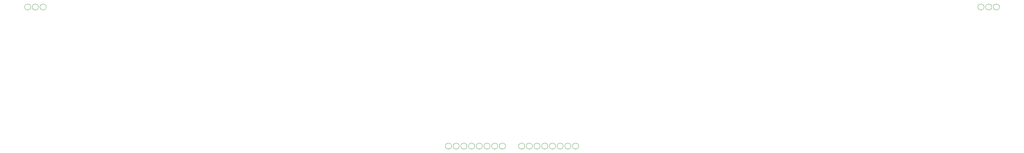
<source format=gbr>
%TF.GenerationSoftware,KiCad,Pcbnew,7.0.9-7.0.9~ubuntu22.04.1*%
%TF.CreationDate,2023-12-27T20:48:07-05:00*%
%TF.ProjectId,GT-Wheel-RevLight,47542d57-6865-4656-9c2d-5265764c6967,rev?*%
%TF.SameCoordinates,Original*%
%TF.FileFunction,Legend,Bot*%
%TF.FilePolarity,Positive*%
%FSLAX46Y46*%
G04 Gerber Fmt 4.6, Leading zero omitted, Abs format (unit mm)*
G04 Created by KiCad (PCBNEW 7.0.9-7.0.9~ubuntu22.04.1) date 2023-12-27 20:48:07*
%MOMM*%
%LPD*%
G01*
G04 APERTURE LIST*
%ADD10C,0.100000*%
G04 APERTURE END LIST*
D10*
%TO.C,WP18*%
X139877494Y-99380738D02*
G75*
G03*
X139877494Y-99380738I-803219J0D01*
G01*
%TO.C,WP1*%
X272127494Y-63130738D02*
G75*
G03*
X272127494Y-63130738I-803219J0D01*
G01*
%TO.C,WP5*%
X162877494Y-99380738D02*
G75*
G03*
X162877494Y-99380738I-803219J0D01*
G01*
%TO.C,WP2*%
X270127494Y-63130738D02*
G75*
G03*
X270127494Y-63130738I-803219J0D01*
G01*
%TO.C,WP16*%
X143877494Y-99380738D02*
G75*
G03*
X143877494Y-99380738I-803219J0D01*
G01*
%TO.C,WP10*%
X158877494Y-99380738D02*
G75*
G03*
X158877494Y-99380738I-803219J0D01*
G01*
%TO.C,WP17*%
X141877494Y-99380738D02*
G75*
G03*
X141877494Y-99380738I-803219J0D01*
G01*
%TO.C,WP12*%
X154877494Y-99380738D02*
G75*
G03*
X154877494Y-99380738I-803219J0D01*
G01*
%TO.C,WP14*%
X150877494Y-99380738D02*
G75*
G03*
X150877494Y-99380738I-803219J0D01*
G01*
%TO.C,WP3*%
X274127494Y-63130738D02*
G75*
G03*
X274127494Y-63130738I-803219J0D01*
G01*
%TO.C,WP20*%
X135877494Y-99380738D02*
G75*
G03*
X135877494Y-99380738I-803219J0D01*
G01*
%TO.C,WP6*%
X24627494Y-63130738D02*
G75*
G03*
X24627494Y-63130738I-803219J0D01*
G01*
%TO.C,WP8*%
X26627494Y-63130738D02*
G75*
G03*
X26627494Y-63130738I-803219J0D01*
G01*
%TO.C,WP22*%
X131877494Y-99380738D02*
G75*
G03*
X131877494Y-99380738I-803219J0D01*
G01*
%TO.C,WP7*%
X22627494Y-63130738D02*
G75*
G03*
X22627494Y-63130738I-803219J0D01*
G01*
%TO.C,WP15*%
X145877494Y-99380738D02*
G75*
G03*
X145877494Y-99380738I-803219J0D01*
G01*
%TO.C,WP11*%
X156877494Y-99380738D02*
G75*
G03*
X156877494Y-99380738I-803219J0D01*
G01*
%TO.C,WP19*%
X137877494Y-99380738D02*
G75*
G03*
X137877494Y-99380738I-803219J0D01*
G01*
%TO.C,WP4*%
X164877494Y-99380738D02*
G75*
G03*
X164877494Y-99380738I-803219J0D01*
G01*
%TO.C,WP13*%
X152877494Y-99380738D02*
G75*
G03*
X152877494Y-99380738I-803219J0D01*
G01*
%TO.C,WP9*%
X160877494Y-99380738D02*
G75*
G03*
X160877494Y-99380738I-803219J0D01*
G01*
%TO.C,WP21*%
X133877494Y-99380738D02*
G75*
G03*
X133877494Y-99380738I-803219J0D01*
G01*
%TD*%
M02*

</source>
